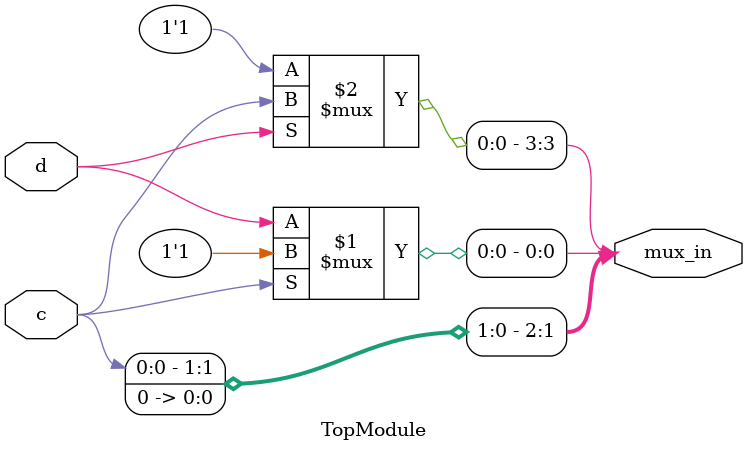
<source format=sv>

module TopModule (
  input c,
  input d,
  output [3:0] mux_in
);

assign mux_in[0] = c ? 1'b1 : d;
assign mux_in[1] = 1'b0;
assign mux_in[2] = c;
assign mux_in[3] = d ? c : 1'b1;
endmodule

</source>
